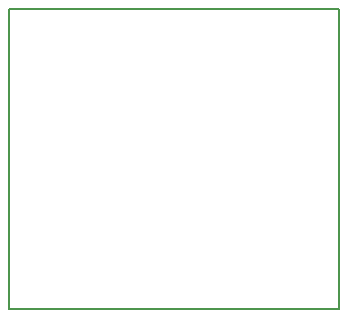
<source format=gbr>
G04 #@! TF.FileFunction,Profile,NP*
%FSLAX46Y46*%
G04 Gerber Fmt 4.6, Leading zero omitted, Abs format (unit mm)*
G04 Created by KiCad (PCBNEW 4.0.2+e4-6225~38~ubuntu16.04.1-stable) date Mon 01 Aug 2016 12:24:11 PM PDT*
%MOMM*%
G01*
G04 APERTURE LIST*
%ADD10C,0.100000*%
%ADD11C,0.150000*%
G04 APERTURE END LIST*
D10*
D11*
X134620000Y-116840000D02*
X134620000Y-91440000D01*
X162560000Y-116840000D02*
X134620000Y-116840000D01*
X162560000Y-91440000D02*
X162560000Y-116840000D01*
X134620000Y-91440000D02*
X162560000Y-91440000D01*
M02*

</source>
